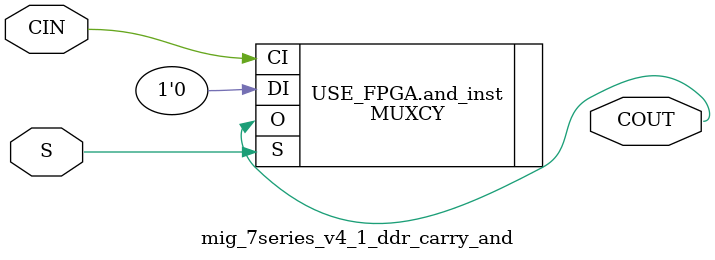
<source format=v>
`timescale 1ps/1ps


module mig_7series_v4_1_ddr_carry_and #
  (
   parameter         C_FAMILY                         = "virtex6"
                       // FPGA Family. Current version: virtex6 or spartan6.
   )
  (
   input  wire        CIN,
   input  wire        S,
   output wire        COUT
   );
  
  
  /////////////////////////////////////////////////////////////////////////////
  // Variables for generating parameter controlled instances.
  /////////////////////////////////////////////////////////////////////////////
  
  
  /////////////////////////////////////////////////////////////////////////////
  // Local params
  /////////////////////////////////////////////////////////////////////////////
  
  
  /////////////////////////////////////////////////////////////////////////////
  // Functions
  /////////////////////////////////////////////////////////////////////////////
  
  
  /////////////////////////////////////////////////////////////////////////////
  // Internal signals
  /////////////////////////////////////////////////////////////////////////////

  
  /////////////////////////////////////////////////////////////////////////////
  // Instantiate or use RTL code
  /////////////////////////////////////////////////////////////////////////////
  
  generate
    if ( C_FAMILY == "rtl" ) begin : USE_RTL
      assign COUT = CIN & S;
      
    end else begin : USE_FPGA
      MUXCY and_inst 
      (
       .O (COUT), 
       .CI (CIN), 
       .DI (1'b0), 
       .S (S)
      ); 
      
    end
  endgenerate
  
  
endmodule

</source>
